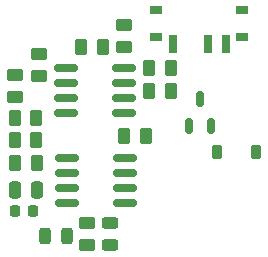
<source format=gbr>
%TF.GenerationSoftware,KiCad,Pcbnew,7.0.5*%
%TF.CreationDate,2023-06-29T16:53:01-03:00*%
%TF.ProjectId,HallCoinDetector,48616c6c-436f-4696-9e44-65746563746f,rev?*%
%TF.SameCoordinates,Original*%
%TF.FileFunction,Paste,Bot*%
%TF.FilePolarity,Positive*%
%FSLAX46Y46*%
G04 Gerber Fmt 4.6, Leading zero omitted, Abs format (unit mm)*
G04 Created by KiCad (PCBNEW 7.0.5) date 2023-06-29 16:53:01*
%MOMM*%
%LPD*%
G01*
G04 APERTURE LIST*
G04 Aperture macros list*
%AMRoundRect*
0 Rectangle with rounded corners*
0 $1 Rounding radius*
0 $2 $3 $4 $5 $6 $7 $8 $9 X,Y pos of 4 corners*
0 Add a 4 corners polygon primitive as box body*
4,1,4,$2,$3,$4,$5,$6,$7,$8,$9,$2,$3,0*
0 Add four circle primitives for the rounded corners*
1,1,$1+$1,$2,$3*
1,1,$1+$1,$4,$5*
1,1,$1+$1,$6,$7*
1,1,$1+$1,$8,$9*
0 Add four rect primitives between the rounded corners*
20,1,$1+$1,$2,$3,$4,$5,0*
20,1,$1+$1,$4,$5,$6,$7,0*
20,1,$1+$1,$6,$7,$8,$9,0*
20,1,$1+$1,$8,$9,$2,$3,0*%
G04 Aperture macros list end*
%ADD10RoundRect,0.243750X0.456250X-0.243750X0.456250X0.243750X-0.456250X0.243750X-0.456250X-0.243750X0*%
%ADD11RoundRect,0.243750X0.243750X0.456250X-0.243750X0.456250X-0.243750X-0.456250X0.243750X-0.456250X0*%
%ADD12R,0.700000X1.500000*%
%ADD13R,1.000000X0.800000*%
%ADD14RoundRect,0.250000X0.450000X-0.262500X0.450000X0.262500X-0.450000X0.262500X-0.450000X-0.262500X0*%
%ADD15RoundRect,0.250000X0.262500X0.450000X-0.262500X0.450000X-0.262500X-0.450000X0.262500X-0.450000X0*%
%ADD16RoundRect,0.250000X-0.450000X0.262500X-0.450000X-0.262500X0.450000X-0.262500X0.450000X0.262500X0*%
%ADD17RoundRect,0.250000X-0.262500X-0.450000X0.262500X-0.450000X0.262500X0.450000X-0.262500X0.450000X0*%
%ADD18RoundRect,0.150000X0.825000X0.150000X-0.825000X0.150000X-0.825000X-0.150000X0.825000X-0.150000X0*%
%ADD19RoundRect,0.250000X0.250000X0.475000X-0.250000X0.475000X-0.250000X-0.475000X0.250000X-0.475000X0*%
%ADD20RoundRect,0.150000X0.150000X-0.512500X0.150000X0.512500X-0.150000X0.512500X-0.150000X-0.512500X0*%
%ADD21RoundRect,0.225000X0.225000X0.250000X-0.225000X0.250000X-0.225000X-0.250000X0.225000X-0.250000X0*%
%ADD22RoundRect,0.225000X0.225000X0.375000X-0.225000X0.375000X-0.225000X-0.375000X0.225000X-0.375000X0*%
%ADD23RoundRect,0.150000X-0.825000X-0.150000X0.825000X-0.150000X0.825000X0.150000X-0.825000X0.150000X0*%
G04 APERTURE END LIST*
D10*
%TO.C,D2*%
X165608000Y-122247900D03*
X165608000Y-120372900D03*
%TD*%
D11*
%TO.C,D1*%
X161950400Y-121462800D03*
X160075400Y-121462800D03*
%TD*%
D12*
%TO.C,SW1*%
X175400400Y-105239600D03*
X173900400Y-105239600D03*
X170900400Y-105239600D03*
D13*
X176800400Y-104589600D03*
X176800400Y-102379600D03*
X169500400Y-104589600D03*
X169500400Y-102379600D03*
%TD*%
D14*
%TO.C,R13*%
X163677600Y-122222900D03*
X163677600Y-120397900D03*
%TD*%
D15*
%TO.C,R8*%
X170738800Y-109220000D03*
X168913800Y-109220000D03*
%TD*%
D16*
%TO.C,R6*%
X159562800Y-106072300D03*
X159562800Y-107897300D03*
%TD*%
D15*
%TO.C,R10*%
X159410400Y-115316000D03*
X157585400Y-115316000D03*
%TD*%
D14*
%TO.C,R5*%
X157530800Y-109675300D03*
X157530800Y-107850300D03*
%TD*%
D17*
%TO.C,r12*%
X166831000Y-113030000D03*
X168656000Y-113030000D03*
%TD*%
D18*
%TO.C,U1*%
X166878000Y-114909600D03*
X166878000Y-116179600D03*
X166878000Y-117449600D03*
X166878000Y-118719600D03*
X161928000Y-118719600D03*
X161928000Y-117449600D03*
X161928000Y-116179600D03*
X161928000Y-114909600D03*
%TD*%
D15*
%TO.C,R9*%
X159359600Y-113385600D03*
X157534600Y-113385600D03*
%TD*%
D19*
%TO.C,C5*%
X159461200Y-117551200D03*
X157561200Y-117551200D03*
%TD*%
D20*
%TO.C,U3*%
X173228000Y-109911300D03*
X172278000Y-112186300D03*
X174178000Y-112186300D03*
%TD*%
D21*
%TO.C,C4*%
X159105600Y-119380000D03*
X157555600Y-119380000D03*
%TD*%
D17*
%TO.C,R7*%
X168911900Y-107289600D03*
X170736900Y-107289600D03*
%TD*%
D22*
%TO.C,D3*%
X174676800Y-114401600D03*
X177976800Y-114401600D03*
%TD*%
D14*
%TO.C,R4*%
X166827200Y-105460800D03*
X166827200Y-103635800D03*
%TD*%
D17*
%TO.C,R11*%
X159359600Y-111455200D03*
X157534600Y-111455200D03*
%TD*%
%TO.C,R3*%
X163171500Y-105511600D03*
X164996500Y-105511600D03*
%TD*%
D23*
%TO.C,U4*%
X166827200Y-111099600D03*
X166827200Y-109829600D03*
X166827200Y-108559600D03*
X166827200Y-107289600D03*
X161877200Y-107289600D03*
X161877200Y-108559600D03*
X161877200Y-109829600D03*
X161877200Y-111099600D03*
%TD*%
M02*

</source>
